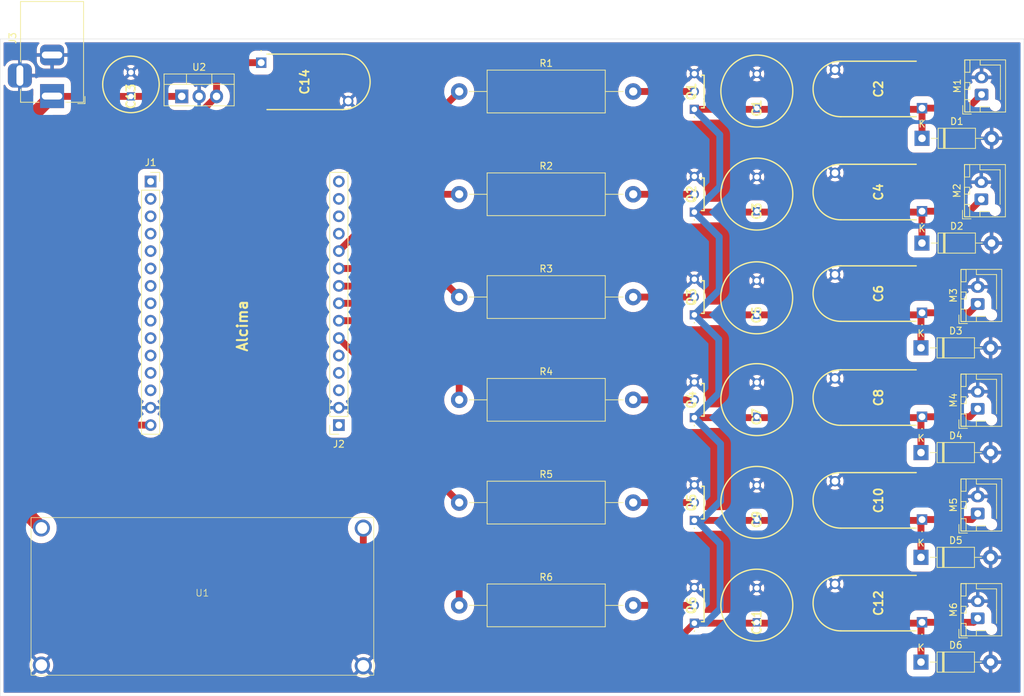
<source format=kicad_pcb>
(kicad_pcb (version 20240108) (generator "pcbnew") (generator_version "8.0")
  (layers (0 "F.Cu" signal) (31 "B.Cu" signal) (34 "B.Paste" user) (35 "F.Paste" user) (36 "B.SilkS" user "B.Silkscreen") (37 "F.SilkS" user "F.Silkscreen") (38 "B.Mask" user) (39 "F.Mask" user) (44 "Edge.Cuts" user))
  (net 0 "")
  (net 1 "VCC7_5")
  (net 2 "GND")
  (net 3 "D13")
  (net 4 "D33")
  (net 5 "D35")
  (net 6 "VDD5")
  (net 7 "EN")
  (net 8 "VN")
  (net 9 "D34")
  (net 10 "VP")
  (net 11 "D12")
  (net 12 "D26")
  (net 13 "D14")
  (net 14 "D25")
  (net 15 "D27")
  (net 16 "D32")
  (net 17 "D16")
  (net 18 "D23")
  (net 19 "D2")
  (net 20 "D19")
  (net 21 "D15")
  (net 22 "D21")
  (net 23 "VDD3_3")
  (net 24 "D4")
  (net 25 "D22")
  (net 26 "TX0")
  (net 27 "D5")
  (net 28 "RX0")
  (net 29 "D18")
  (net 30 "D17")
  (net 31 "Net-(Q1-B)")
  (net 32 "Net-(Q2-B)")
  (net 33 "Net-(Q3-B)")
  (net 34 "Net-(Q4-B)")
  (net 35 "Net-(Q5-B)")
  (net 36 "Net-(Q6-B)")
  (net 37 "VCC12")
  (footprint "470u:CAPPRD500W60D1050H1750" (layer "F.Cu") (at 219.24 46.842 90)
    (property "Reference" "C3" (at 0 0 90) (layer "F.SilkS") (effects (font (size 1.27 1.27) (thickness 0.254))))
    (property "Value" "470uF" (hide yes))
    (pad "1" thru_hole rect (at 0 0 90) (size 1.2 1.2) (drill 0.8) (layers "*.Cu" "*.Mask") (net 1 "VCC7_5"))
    (pad "2" thru_hole circle (at 5 0 90) (size 1.2 1.2) (drill 0.8) (layers "*.Cu" "*.Mask") (net 2 "GND"))
  )
  (footprint "470u:CAPPRD500W60D1050H1750" (layer "F.Cu") (at 219.24 106.842 90)
    (property "Reference" "C11" (at 0 0 90) (layer "F.SilkS") (effects (font (size 1.27 1.27) (thickness 0.254))))
    (property "Value" "470uF" (hide yes))
    (pad "1" thru_hole rect (at 0 0 90) (size 1.2 1.2) (drill 0.8) (layers "*.Cu" "*.Mask") (net 1 "VCC7_5"))
    (pad "2" thru_hole circle (at 5 0 90) (size 1.2 1.2) (drill 0.8) (layers "*.Cu" "*.Mask") (net 2 "GND"))
  )
  (footprint "470u:CAPPRD500W60D1050H1750" (layer "F.Cu") (at 219.24 31.8 90)
    (property "Reference" "C1" (at 0 0 90) (layer "F.SilkS") (effects (font (size 1.27 1.27) (thickness 0.254))))
    (property "Value" "470uF" (hide yes))
    (pad "1" thru_hole rect (at 0 0 90) (size 1.2 1.2) (drill 0.8) (layers "*.Cu" "*.Mask") (net 1 "VCC7_5"))
    (pad "2" thru_hole circle (at 5 0 90) (size 1.2 1.2) (drill 0.8) (layers "*.Cu" "*.Mask") (net 2 "GND"))
  )
  (footprint "Diode_THT:D_DO-41_SOD81_P10.16mm_Horizontal" (layer "F.Cu") (at 243.35 36.204545)
    (property "Reference" "D1" (at 5.08 -2.47 0) (layer "F.SilkS"))
    (property "Value" "1N4007")
    (fp_text user "K" (at 0 -2.1 0) (layer "F.SilkS"))
    (pad "1" thru_hole rect (at 0 0) (size 2.2 2.2) (drill 1.1) (layers "*.Cu" "*.Mask") (net 1 "VCC7_5"))
    (pad "2" thru_hole oval (at 10.16 0) (size 2.2 2.2) (drill 1.1) (layers "*.Cu" "*.Mask") (net 2 "GND"))
  )
  (footprint "Package_TO_SOT_THT:TO-220-3_Vertical" (layer "F.Cu") (at 135.305 30.085)
    (property "Reference" "U2" (at 2.54 -4.27 360) (layer "F.SilkS"))
    (property "Value" "LM7805_TO220")
    (pad "1" thru_hole rect (at 0 0) (size 1.905 2) (drill 1.1) (layers "*.Cu" "*.Mask") (net 37 "VCC12"))
    (pad "2" thru_hole oval (at 2.54 0) (size 1.905 2) (drill 1.1) (layers "*.Cu" "*.Mask") (net 2 "GND"))
    (pad "3" thru_hole oval (at 5.08 0) (size 1.905 2) (drill 1.1) (layers "*.Cu" "*.Mask") (net 6 "VDD5"))
  )
  (footprint "barreljack:BarrelJack_Horizontal" (layer "F.Cu") (at 116.38 30.04 -90)
    (property "Reference" "J3" (at -8.45 5.75 90) (layer "F.SilkS"))
    (property "Value" "Barrel_Jack_Switch")
    (pad "1" thru_hole rect (at 0 0 270) (size 3.5 3.5) (drill oval 1 3) (layers "*.Cu" "*.Mask") (net 37 "VCC12"))
    (pad "2" thru_hole roundrect (at -6 0 270) (size 3 3.5) (drill oval 1 3) (layers "*.Cu" "*.Mask") (net 2 "GND"))
    (pad "3" thru_hole roundrect (at -3 4.7 270) (size 3.5 3.5) (drill oval 3 1) (layers "*.Cu" "*.Mask") (net 2 "GND"))
  )
  (footprint "bc337:BC33716TA" (layer "F.Cu") (at 210.12 76.97 90)
    (property "Reference" "Q4" (at 2.6 -0.41 90) (layer "F.SilkS") (effects (font (size 1.27 1.27) (thickness 0.254))))
    (property "Value" "BC337" (hide yes))
    (pad "1" thru_hole rect (at 0 0 90) (size 1.333 1.333) (drill 0.82) (layers "*.Cu" "*.Mask") (net 1 "VCC7_5"))
    (pad "2" thru_hole circle (at 2.6 0 90) (size 1.333 1.333) (drill 0.82) (layers "*.Cu" "*.Mask") (net 34 "Net-(Q4-B)"))
    (pad "3" thru_hole circle (at 5.2 0 90) (size 1.333 1.333) (drill 0.82) (layers "*.Cu" "*.Mask") (net 2 "GND"))
  )
  (footprint "Resistor_THT:R_Axial_DIN0617_L17.0mm_D6.0mm_P25.40mm_Horizontal" (layer "F.Cu") (at 175.8 89.37)
    (property "Reference" "R5" (at 12.7 -4.12 0) (layer "F.SilkS"))
    (property "Value" "0")
    (pad "1" thru_hole circle (at 0 0) (size 2.4 2.4) (drill 1.2) (layers "*.Cu" "*.Mask") (net 30 "D17"))
    (pad "2" thru_hole oval (at 25.4 0) (size 2.4 2.4) (drill 1.2) (layers "*.Cu" "*.Mask") (net 35 "Net-(Q5-B)"))
  )
  (footprint "Connector_PinSocket_2.54mm:PinSocket_1x15_P2.54mm_Vertical" (layer "F.Cu") (at 130.76 42.502)
    (property "Reference" "J1" (at 0 -2.77 0) (layer "F.SilkS"))
    (property "Value" "Conn_01x15_Socket")
    (pad "1" thru_hole rect (at 0 0) (size 1.7 1.7) (drill 1) (layers "*.Cu" "*.Mask") (net 7 "EN"))
    (pad "2" thru_hole oval (at 0 2.54) (size 1.7 1.7) (drill 1) (layers "*.Cu" "*.Mask") (net 10 "VP"))
    (pad "3" thru_hole oval (at 0 5.08) (size 1.7 1.7) (drill 1) (layers "*.Cu" "*.Mask") (net 8 "VN"))
    (pad "4" thru_hole oval (at 0 7.62) (size 1.7 1.7) (drill 1) (layers "*.Cu" "*.Mask") (net 9 "D34"))
    (pad "5" thru_hole oval (at 0 10.16) (size 1.7 1.7) (drill 1) (layers "*.Cu" "*.Mask") (net 5 "D35"))
    (pad "6" thru_hole oval (at 0 12.7) (size 1.7 1.7) (drill 1) (layers "*.Cu" "*.Mask") (net 16 "D32"))
    (pad "7" thru_hole oval (at 0 15.24) (size 1.7 1.7) (drill 1) (layers "*.Cu" "*.Mask") (net 4 "D33"))
    (pad "8" thru_hole oval (at 0 17.78) (size 1.7 1.7) (drill 1) (layers "*.Cu" "*.Mask") (net 14 "D25"))
    (pad "9" thru_hole oval (at 0 20.32) (size 1.7 1.7) (drill 1) (layers "*.Cu" "*.Mask") (net 12 "D26"))
    (pad "10" thru_hole oval (at 0 22.86) (size 1.7 1.7) (drill 1) (layers "*.Cu" "*.Mask") (net 15 "D27"))
    (pad "11" thru_hole oval (at 0 25.4) (size 1.7 1.7) (drill 1) (layers "*.Cu" "*.Mask") (net 13 "D14"))
    (pad "12" thru_hole oval (at 0 27.94) (size 1.7 1.7) (drill 1) (layers "*.Cu" "*.Mask") (net 11 "D12"))
    (pad "13" thru_hole oval (at 0 30.48) (size 1.7 1.7) (drill 1) (layers "*.Cu" "*.Mask") (net 3 "D13"))
    (pad "14" thru_hole oval (at 0 33.02) (size 1.7 1.7) (drill 1) (layers "*.Cu" "*.Mask") (net 2 "GND"))
    (pad "15" thru_hole oval (at 0 35.56) (size 1.7 1.7) (drill 1) (layers "*.Cu" "*.Mask") (net 6 "VDD5"))
  )
  (footprint "Connector_JST:JST_XH_B2B-XH-AM_1x02_P2.50mm_Vertical" (layer "F.Cu") (at 252.04 29.81 90)
    (property "Reference" "M1" (at 1.25 -3.55 90) (layer "F.SilkS"))
    (property "Value" "Motor_DC")
    (pad "" np_thru_hole circle (at -1.6 2 90) (size 1.2 1.2) (drill 1.2) (layers "*.Cu" "*.Mask"))
    (pad "1" thru_hole roundrect (at 0 0 90) (size 1.7 2) (drill 1) (layers "*.Cu" "*.Mask") (roundrect_rratio 0.147059) (net 1 "VCC7_5"))
    (pad "2" thru_hole oval (at 2.5 0 90) (size 1.7 2) (drill 1) (layers "*.Cu" "*.Mask") (net 2 "GND"))
  )
  (footprint "Diode_THT:D_DO-41_SOD81_P10.16mm_Horizontal" (layer "F.Cu") (at 243.34 51.493635)
    (property "Reference" "D2" (at 5.08 -2.47 0) (layer "F.SilkS"))
    (property "Value" "1N4007")
    (fp_text user "K" (at 0 -2.1 0) (layer "F.SilkS"))
    (pad "1" thru_hole rect (at 0 0) (size 2.2 2.2) (drill 1.1) (layers "*.Cu" "*.Mask") (net 1 "VCC7_5"))
    (pad "2" thru_hole oval (at 10.16 0) (size 2.2 2.2) (drill 1.1) (layers "*.Cu" "*.Mask") (net 2 "GND"))
  )
  (footprint "330u:CAPPRD350W60D825H1300" (layer "F.Cu") (at 127.89 30.085 90)
    (property "Reference" "C13" (at 0 0 90) (layer "F.SilkS") (effects (font (size 1.27 1.27) (thickness 0.254))))
    (property "Value" "0.33uF" (hide yes))
    (pad "1" thru_hole rect (at 0 0 90) (size 1.2 1.2) (drill 0.8) (layers "*.Cu" "*.Mask") (net 37 "VCC12"))
    (pad "2" thru_hole circle (at 3.5 0 90) (size 1.2 1.2) (drill 0.8) (layers "*.Cu" "*.Mask") (net 2 "GND"))
  )
  (footprint "470u:CAPPRD500W60D1050H1750" (layer "F.Cu") (at 219.24 76.842 90)
    (property "Reference" "C7" (at 0 0 90) (layer "F.SilkS") (effects (font (size 1.27 1.27) (thickness 0.254))))
    (property "Value" "470uF" (hide yes))
    (pad "1" thru_hole rect (at 0 0 90) (size 1.2 1.2) (drill 0.8) (layers "*.Cu" "*.Mask") (net 1 "VCC7_5"))
    (pad "2" thru_hole circle (at 5 0 90) (size 1.2 1.2) (drill 0.8) (layers "*.Cu" "*.Mask") (net 2 "GND"))
  )
  (footprint "Diode_THT:D_DO-41_SOD81_P10.16mm_Horizontal" (layer "F.Cu") (at 243.19798 66.782725)
    (property "Reference" "D3" (at 5.08 -2.47 0) (layer "F.SilkS"))
    (property "Value" "1N4007")
    (fp_text user "K" (at 0 -2.1 0) (layer "F.SilkS"))
    (pad "1" thru_hole rect (at 0 0) (size 2.2 2.2) (drill 1.1) (layers "*.Cu" "*.Mask") (net 1 "VCC7_5"))
    (pad "2" thru_hole oval (at 10.16 0) (size 2.2 2.2) (drill 1.1) (layers "*.Cu" "*.Mask") (net 2 "GND"))
  )
  (footprint "Connector_JST:JST_XH_B2B-XH-AM_1x02_P2.50mm_Vertical" (layer "F.Cu") (at 251.48 75.67727 90)
    (property "Reference" "M4" (at 1.25 -3.55 90) (layer "F.SilkS"))
    (property "Value" "Motor_DC")
    (pad "" np_thru_hole circle (at -1.6 2 90) (size 1.2 1.2) (drill 1.2) (layers "*.Cu" "*.Mask"))
    (pad "1" thru_hole roundrect (at 0 0 90) (size 1.7 2) (drill 1) (layers "*.Cu" "*.Mask") (roundrect_rratio 0.147059) (net 1 "VCC7_5"))
    (pad "2" thru_hole oval (at 2.5 0 90) (size 1.7 2) (drill 1) (layers "*.Cu" "*.Mask") (net 2 "GND"))
  )
  (footprint "100u:615R100GAD10" (layer "F.Cu") (at 243.35 31.8 90)
    (property "Reference" "C2" (at 2.8 -6.35 90) (layer "F.SilkS") (effects (font (size 1.27 1.27) (thickness 0.254))))
    (property "Value" "100nF" (hide yes))
    (pad "1" thru_hole rect (at 0 0 90) (size 1.515 1.515) (drill 1.01) (layers "*.Cu" "*.Mask") (net 1 "VCC7_5"))
    (pad "2" thru_hole circle (at 5.6 -12.7 90) (size 1.515 1.515) (drill 1.01) (layers "*.Cu" "*.Mask") (net 2 "GND"))
  )
  (footprint "Diode_THT:D_DO-41_SOD81_P10.16mm_Horizontal" (layer "F.Cu") (at 243.19798 112.65)
    (property "Reference" "D6" (at 5.08 -2.47 0) (layer "F.SilkS"))
    (property "Value" "1N4007")
    (fp_text user "K" (at 0 -2.1 0) (layer "F.SilkS"))
    (pad "1" thru_hole rect (at 0 0) (size 2.2 2.2) (drill 1.1) (layers "*.Cu" "*.Mask") (net 1 "VCC7_5"))
    (pad "2" thru_hole oval (at 10.16 0) (size 2.2 2.2) (drill 1.1) (layers "*.Cu" "*.Mask") (net 2 "GND"))
  )
  (footprint "100u:615R100GAD10" (layer "F.Cu") (at 243.35 61.665959 90)
    (property "Reference" "C6" (at 2.8 -6.35 90) (layer "F.SilkS") (effects (font (size 1.27 1.27) (thickness 0.254))))
    (property "Value" "100nF" (hide yes))
    (pad "1" thru_hole rect (at 0 0 90) (size 1.515 1.515) (drill 1.01) (layers "*.Cu" "*.Mask") (net 1 "VCC7_5"))
    (pad "2" thru_hole circle (at 5.6 -12.7 90) (size 1.515 1.515) (drill 1.01) (layers "*.Cu" "*.Mask") (net 2 "GND"))
  )
  (footprint "Connector_JST:JST_XH_B2B-XH-AM_1x02_P2.50mm_Vertical" (layer "F.Cu") (at 251.48 90.96636 90)
    (property "Reference" "M5" (at 1.25 -3.55 90) (layer "F.SilkS"))
    (property "Value" "Motor_DC")
    (pad "" np_thru_hole circle (at -1.6 2 90) (size 1.2 1.2) (drill 1.2) (layers "*.Cu" "*.Mask"))
    (pad "1" thru_hole roundrect (at 0 0 90) (size 1.7 2) (drill 1) (layers "*.Cu" "*.Mask") (roundrect_rratio 0.147059) (net 1 "VCC7_5"))
    (pad "2" thru_hole oval (at 2.5 0 90) (size 1.7 2) (drill 1) (layers "*.Cu" "*.Mask") (net 2 "GND"))
  )
  (footprint "Resistor_THT:R_Axial_DIN0617_L17.0mm_D6.0mm_P25.40mm_Horizontal" (layer "F.Cu") (at 175.8 44.37)
    (property "Reference" "R2" (at 12.7 -4.12 0) (layer "F.SilkS"))
    (property "Value" "0")
    (pad "1" thru_hole circle (at 0 0) (size 2.4 2.4) (drill 1.2) (layers "*.Cu" "*.Mask") (net 20 "D19"))
    (pad "2" thru_hole oval (at 25.4 0) (size 2.4 2.4) (drill 1.2) (layers "*.Cu" "*.Mask") (net 32 "Net-(Q2-B)"))
  )
  (footprint "bc337:BC33716TA" (layer "F.Cu") (at 210.12 106.97 90)
    (property "Reference" "Q6" (at 2.6 -0.41 90) (layer "F.SilkS") (effects (font (size 1.27 1.27) (thickness 0.254))))
    (property "Value" "BC337" (hide yes))
    (pad "1" thru_hole rect (at 0 0 90) (size 1.333 1.333) (drill 0.82) (layers "*.Cu" "*.Mask") (net 1 "VCC7_5"))
    (pad "2" thru_hole circle (at 2.6 0 90) (size 1.333 1.333) (drill 0.82) (layers "*.Cu" "*.Mask") (net 36 "Net-(Q6-B)"))
    (pad "3" thru_hole circle (at 5.2 0 90) (size 1.333 1.333) (drill 0.82) (layers "*.Cu" "*.Mask") (net 2 "GND"))
  )
  (footprint "Resistor_THT:R_Axial_DIN0617_L17.0mm_D6.0mm_P25.40mm_Horizontal" (layer "F.Cu") (at 175.8 59.37)
    (property "Reference" "R3" (at 12.7 -4.12 0) (layer "F.SilkS"))
    (property "Value" "0")
    (pad "1" thru_hole circle (at 0 0) (size 2.4 2.4) (drill 1.2) (layers "*.Cu" "*.Mask") (net 29 "D18"))
    (pad "2" thru_hole oval (at 25.4 0) (size 2.4 2.4) (drill 1.2) (layers "*.Cu" "*.Mask") (net 33 "Net-(Q3-B)"))
  )
  (footprint "470u:CAPPRD500W60D1050H1750" (layer "F.Cu") (at 219.22 61.98 90)
    (property "Reference" "C5" (at 0 0 90) (layer "F.SilkS") (effects (font (size 1.27 1.27) (thickness 0.254))))
    (property "Value" "470uF" (hide yes))
    (pad "1" thru_hole rect (at 0 0 90) (size 1.2 1.2) (drill 0.8) (layers "*.Cu" "*.Mask") (net 1 "VCC7_5"))
    (pad "2" thru_hole circle (at 5 0 90) (size 1.2 1.2) (drill 0.8) (layers "*.Cu" "*.Mask") (net 2 "GND"))
  )
  (footprint "Connector_JST:JST_XH_B2B-XH-AM_1x02_P2.50mm_Vertical" (layer "F.Cu") (at 252.005 45.09909 90)
    (property "Reference" "M2" (at 1.25 -3.55 90) (layer "F.SilkS"))
    (property "Value" "Motor_DC")
    (pad "" np_thru_hole circle (at -1.6 2 90) (size 1.2 1.2) (drill 1.2) (layers "*.Cu" "*.Mask"))
    (pad "1" thru_hole roundrect (at 0 0 90) (size 1.7 2) (drill 1) (layers "*.Cu" "*.Mask") (roundrect_rratio 0.147059) (net 1 "VCC7_5"))
    (pad "2" thru_hole oval (at 2.5 0 90) (size 1.7 2) (drill 1) (layers "*.Cu" "*.Mask") (net 2 "GND"))
  )
  (footprint "Diode_THT:D_DO-41_SOD81_P10.16mm_Horizontal" (layer "F.Cu") (at 243.19798 97.360905)
    (property "Reference" "D5" (at 5.08 -2.47 0) (layer "F.SilkS"))
    (property "Value" "1N4007")
    (fp_text user "K" (at 0 -2.1 0) (layer "F.SilkS"))
    (pad "1" thru_hole rect (at 0 0) (size 2.2 2.2) (drill 1.1) (layers "*.Cu" "*.Mask") (net 1 "VCC7_5"))
    (pad "2" thru_hole oval (at 10.16 0) (size 2.2 2.2) (drill 1.1) (layers "*.Cu" "*.Mask") (net 2 "GND"))
  )
  (footprint "470u:CAPPRD500W60D1050H1750" (layer "F.Cu") (at 219.24 91.842 90)
    (property "Reference" "C9" (at 0 0 90) (layer "F.SilkS") (effects (font (size 1.27 1.27) (thickness 0.254))))
    (property "Value" "470uF" (hide yes))
    (pad "1" thru_hole rect (at 0 0 90) (size 1.2 1.2) (drill 0.8) (layers "*.Cu" "*.Mask") (net 1 "VCC7_5"))
    (pad "2" thru_hole circle (at 5 0 90) (size 1.2 1.2) (drill 0.8) (layers "*.Cu" "*.Mask") (net 2 "GND"))
  )
  (footprint "bc337:BC33716TA" (layer "F.Cu") (at 210.12 46.97 90)
    (property "Reference" "Q2" (at 2.6 -0.41 90) (layer "F.SilkS") (effects (font (size 1.27 1.27) (thickness 0.254))))
    (property "Value" "BC337" (hide yes))
    (pad "1" thru_hole rect (at 0 0 90) (size 1.333 1.333) (drill 0.82) (layers "*.Cu" "*.Mask") (net 1 "VCC7_5"))
    (pad "2" thru_hole circle (at 2.6 0 90) (size 1.333 1.333) (drill 0.82) (layers "*.Cu" "*.Mask") (net 32 "Net-(Q2-B)"))
    (pad "3" thru_hole circle (at 5.2 0 90) (size 1.333 1.333) (drill 0.82) (layers "*.Cu" "*.Mask") (net 2 "GND"))
  )
  (footprint "lm2596:LM2596_Module" (layer "F.Cu") (at 138.31 103.06)
    (property "Reference" "U1" (at 0 -0.5 0) (layer "F.SilkS") (effects (font (thickness 0.1))))
    (property "Value" "LM2596")
    (pad "1" thru_hole circle (at -23.5 -10) (size 2.5 2.5) (drill 1.7) (layers "*.Cu" "*.Mask") (net 37 "VCC12"))
    (pad "2" thru_hole circle (at -23.495 10.033) (size 2.5 2.5) (drill 1.7) (layers "*.Cu" "*.Mask") (net 2 "GND"))
    (pad "3" thru_hole circle (at 23.495 -9.9568) (size 2.5 2.5) (drill 1.7) (layers "*.Cu" "*.Mask") (net 1 "VCC7_5"))
    (pad "4" thru_hole circle (at 23.495 10.1346) (size 2.5 2.5) (drill 1.7) (layers "*.Cu" "*.Mask") (net 2 "GND"))
  )
  (footprint "bc337:BC33716TA" (layer "F.Cu") (at 210.12 31.97 90)
    (property "Reference" "Q1" (at 2.6 -0.41 90) (layer "F.SilkS") (effects (font (size 1.27 1.27) (thickness 0.254))))
    (property "Value" "BC337" (hide yes))
    (pad "1" thru_hole rect (at 0 0 90) (size 1.333 1.333) (drill 0.82) (layers "*.Cu" "*.Mask") (net 1 "VCC7_5"))
    (pad "2" thru_hole circle (at 2.6 0 90) (size 1.333 1.333) (drill 0.82) (layers "*.Cu" "*.Mask") (net 31 "Net-(Q1-B)"))
    (pad "3" thru_hole circle (at 5.2 0 90) (size 1.333 1.333) (drill 0.82) (layers "*.Cu" "*.Mask") (net 2 "GND"))
  )
  (footprint "Connector_JST:JST_XH_B2B-XH-AM_1x02_P2.50mm_Vertical" (layer "F.Cu") (at 251.48 60.38818 90)
    (property "Reference" "M3" (at 1.25 -3.55 90) (layer "F.SilkS"))
    (property "Value" "Motor_DC")
    (pad "" np_thru_hole circle (at -1.6 2 90) (size 1.2 1.2) (drill 1.2) (layers "*.Cu" "*.Mask"))
    (pad "1" thru_hole roundrect (at 0 0 90) (size 1.7 2) (drill 1) (layers "*.Cu" "*.Mask") (roundrect_rratio 0.147059) (net 1 "VCC7_5"))
    (pad "2" thru_hole oval (at 2.5 0 90) (size 1.7 2) (drill 1) (layers "*.Cu" "*.Mask") (net 2 "GND"))
  )
  (footprint "bc337:BC33716TA" (layer "F.Cu") (at 210.12 61.97 90)
    (property "Reference" "Q3" (at 2.6 -0.41 90) (layer "F.SilkS") (effects (font (size 1.27 1.27) (thickness 0.254))))
    (property "Value" "BC337" (hide yes))
    (pad "1" thru_hole rect (at 0 0 90) (size 1.333 1.333) (drill 0.82) (layers "*.Cu" "*.Mask") (net 1 "VCC7_5"))
    (pad "2" thru_hole circle (at 2.6 0 90) (size 1.333 1.333) (drill 0.82) (layers "*.Cu" "*.Mask") (net 33 "Net-(Q3-B)"))
    (pad "3" thru_hole circle (at 5.2 0 90) (size 1.333 1.333) (drill 0.82) (layers "*.Cu" "*.Mask") (net 2 "GND"))
  )
  (footprint "100u:615R100GAD10" (layer "F.Cu") (at 243.35 76.842 90)
    (property "Reference" "C8" (at 2.8 -6.35 90) (layer "F.SilkS") (effects (font (size 1.27 1.27) (thickness 0.254))))
    (property "Value" "100nF" (hide yes))
    (pad "1" thru_hole rect (at 0 0 90) (size 1.515 1.515) (drill 1.01) (layers "*.Cu" "*.Mask") (net 1 "VCC7_5"))
    (pad "2" thru_hole circle (at 5.6 -12.7 90) (size 1.515 1.515) (drill 1.01) (layers "*.Cu" "*.Mask") (net 2 "GND"))
  )
  (footprint "Connector_JST:JST_XH_B2B-XH-AM_1x02_P2.50mm_Vertical" (layer "F.Cu") (at 251.48 106.25545 90)
    (property "Reference" "M6" (at 1.25 -3.55 90) (layer "F.SilkS"))
    (property "Value" "Motor_DC")
    (pad "" np_thru_hole circle (at -1.6 2 90) (size 1.2 1.2) (drill 1.2) (layers "*.Cu" "*.Mask"))
    (pad "1" thru_hole roundrect (at 0 0 90) (size 1.7 2) (drill 1) (layers "*.Cu" "*.Mask") (roundrect_rratio 0.147059) (net 1 "VCC7_5"))
    (pad "2" thru_hole oval (at 2.5 0 90) (size 1.7 2) (drill 1) (layers "*.Cu" "*.Mask") (net 2 "GND"))
  )
  (footprint "Resistor_THT:R_Axial_DIN0617_L17.0mm_D6.0mm_P25.40mm_Horizontal" (layer "F.Cu") (at 175.8 74.37)
    (property "Reference" "R4" (at 12.7 -4.12 0) (layer "F.SilkS"))
    (property "Value" "0")
    (pad "1" thru_hole circle (at 0 0) (size 2.4 2.4) (drill 1.2) (layers "*.Cu" "*.Mask") (net 27 "D5"))
    (pad "2" thru_hole oval (at 25.4 0) (size 2.4 2.4) (drill 1.2) (layers "*.Cu" "*.Mask") (net 34 "Net-(Q4-B)"))
  )
  (footprint "100u:615R100GAD10" (layer "F.Cu") (at 243.35 106.842 90)
    (property "Reference" "C12" (at 2.8 -6.35 90) (layer "F.SilkS") (effects (font (size 1.27 1.27) (thickness 0.254))))
    (property "Value" "100nF" (hide yes))
    (pad "1" thru_hole rect (at 0 0 90) (size 1.515 1.515) (drill 1.01) (layers "*.Cu" "*.Mask") (net 1 "VCC7_5"))
    (pad "2" thru_hole circle (at 5.6 -12.7 90) (size 1.515 1.515) (drill 1.01) (layers "*.Cu" "*.Mask") (net 2 "GND"))
  )
  (footprint "Resistor_THT:R_Axial_DIN0617_L17.0mm_D6.0mm_P25.40mm_Horizontal" (layer "F.Cu") (at 175.8 29.37)
    (property "Reference" "R1" (at 12.7 -4.12 0) (layer "F.SilkS"))
    (property "Value" "0")
    (pad "1" thru_hole circle (at 0 0) (size 2.4 2.4) (drill 1.2) (layers "*.Cu" "*.Mask") (net 22 "D21"))
    (pad "2" thru_hole oval (at 25.4 0) (size 2.4 2.4) (drill 1.2) (layers "*.Cu" "*.Mask") (net 31 "Net-(Q1-B)"))
  )
  (footprint "100u:615R100GAD10" (layer "F.Cu") (at 243.35 91.842 90)
    (property "Reference" "C10" (at 2.8 -6.35 90) (layer "F.SilkS") (effects (font (size 1.27 1.27) (thickness 0.254))))
    (property "Value" "100nF" (hide yes))
    (pad "1" thru_hole rect (at 0 0 90) (size 1.515 1.515) (drill 1.01) (layers "*.Cu" "*.Mask") (net 1 "VCC7_5"))
    (pad "2" thru_hole circle (at 5.6 -12.7 90) (size 1.515 1.515) (drill 1.01) (layers "*.Cu" "*.Mask") (net 2 "GND"))
  )
  (footprint "bc337:BC33716TA" (layer "F.Cu") (at 210.12 91.97 90)
    (property "Reference" "Q5" (at 2.6 -0.41 90) (layer "F.SilkS") (effects (font (size 1.27 1.27) (thickness 0.254))))
    (property "Value" "BC337" (hide yes))
    (pad "1" thru_hole rect (at 0 0 90) (size 1.333 1.333) (drill 0.82) (layers "*.Cu" "*.Mask") (net 1 "VCC7_5"))
    (pad "2" thru_hole circle (at 2.6 0 90) (size 1.333 1.333) (drill 0.82) (layers "*.Cu" "*.Mask") (net 35 "Net-(Q5-B)"))
    (pad "3" thru_hole circle (at 5.2 0 90) (size 1.333 1.333) (drill 0.82) (layers "*.Cu" "*.Mask") (net 2 "GND"))
  )
  (footprint "Resistor_THT:R_Axial_DIN0617_L17.0mm_D6.0mm_P25.40mm_Horizontal" (layer "F.Cu") (at 175.8 104.37)
    (property "Reference" "R6" (at 12.7 -4.12 0) (layer "F.SilkS"))
    (property "Value" "0")
    (pad "1" thru_hole circle (at 0 0) (size 2.4 2.4) (drill 1.2) (layers "*.Cu" "*.Mask") (net 17 "D16"))
    (pad "2" thru_hole oval (at 25.4 0) (size 2.4 2.4) (drill 1.2) (layers "*.Cu" "*.Mask") (net 36 "Net-(Q6-B)"))
  )
  (footprint "Connector_PinSocket_2.54mm:PinSocket_1x15_P2.54mm_Vertical" (layer "F.Cu") (at 158.235 78.062 180)
    (property "Reference" "J2" (at 0 -2.77 0) (layer "F.SilkS"))
    (property "Value" "Conn_01x15_Socket")
    (pad "1" thru_hole rect (at 0 0 180) (size 1.7 1.7) (drill 1) (layers "*.Cu" "*.Mask") (net 23 "VDD3_3"))
    (pad "2" thru_hole oval (at 0 2.54 180) (size 1.7 1.7) (drill 1) (layers "*.Cu" "*.Mask") (net 2 "GND"))
    (pad "3" thru_hole oval (at 0 5.08 180) (size 1.7 1.7) (drill 1) (layers "*.Cu" "*.Mask") (net 21 "D15"))
    (pad "4" thru_hole oval (at 0 7.62 180) (size 1.7 1.7) (drill 1) (layers "*.Cu" "*.Mask") (net 19 "D2"))
    (pad "5" thru_hole oval (at 0 10.16 180) (size 1.7 1.7) (drill 1) (layers "*.Cu" "*.Mask") (net 24 "D4"))
    (pad "6" thru_hole oval (at 0 12.7 180) (size 1.7 1.7) (drill 1) (layers "*.Cu" "*.Mask") (net 17 "D16"))
    (pad "7" thru_hole oval (at 0 15.24 180) (size 1.7 1.7) (drill 1) (layers "*.Cu" "*.Mask") (net 30 "D17"))
    (pad "8" thru_hole oval (at 0 17.78 180) (size 1.7 1.7) (drill 1) (layers "*.Cu" "*.Mask") (net 27 "D5"))
    (pad "9" thru_hole oval (at 0 20.32 180) (size 1.7 1.7) (drill 1) (layers "*.Cu" "*.Mask") (net 29 "D18"))
    (pad "10" thru_hole oval (at 0 22.86 180) (size 1.7 1.7) (drill 1) (layers "*.Cu" "*.Mask") (net 20 "D19"))
    (pad "11" thru_hole oval (at 0 25.4 180) (size 1.7 1.7) (drill 1) (layers "*.Cu" "*.Mask") (net 22 "D21"))
    (pad "12" thru_hole oval (at 0 27.94 180) (size 1.7 1.7) (drill 1) (layers "*.Cu" "*.Mask") (net 28 "RX0"))
    (pad "13" thru_hole oval (at 0 30.48 180) (size 1.7 1.7) (drill 1) (layers "*.Cu" "*.Mask") (net 26 "TX0"))
    (pad "14" thru_hole oval (at 0 33.02 180) (size 1.7 1.7) (drill 1) (layers "*.Cu" "*.Mask") (net 25 "D22"))
    (pad "15" thru_hole oval (at 0 35.56 180) (size 1.7 1.7) (drill 1) (layers "*.Cu" "*.Mask") (net 18 "D23"))
  )
  (footprint "Diode_THT:D_DO-41_SOD81_P10.16mm_Horizontal" (layer "F.Cu") (at 243.19798 82.071815)
    (property "Reference" "D4" (at 5.08 -2.47 0) (layer "F.SilkS"))
    (property "Value" "1N4007")
    (fp_text user "K" (at 0 -2.1 0) (layer "F.SilkS"))
    (pad "1" thru_hole rect (at 0 0) (size 2.2 2.2) (drill 1.1) (layers "*.Cu" "*.Mask") (net 1 "VCC7_5"))
    (pad "2" thru_hole oval (at 10.16 0) (size 2.2 2.2) (drill 1.1) (layers "*.Cu" "*.Mask") (net 2 "GND"))
  )
  (footprint "100u:615R100GAD10" (layer "F.Cu") (at 243.35 46.842 90)
    (property "Reference" "C4" (at 2.8 -6.35 90) (layer "F.SilkS") (effects (font (size 1.27 1.27) (thickness 0.254))))
    (property "Value" "100nF" (hide yes))
    (pad "1" thru_hole rect (at 0 0 90) (size 1.515 1.515) (drill 1.01) (layers "*.Cu" "*.Mask") (net 1 "VCC7_5"))
    (pad "2" thru_hole circle (at 5.6 -12.7 90) (size 1.515 1.515) (drill 1.01) (layers "*.Cu" "*.Mask") (net 2 "GND"))
  )
  (footprint "100u:615R100GAD10" (layer "F.Cu") (at 146.9 25.16 -90)
    (property "Reference" "C14" (at 2.8 -6.35 90) (layer "F.SilkS") (effects (font (size 1.27 1.27) (thickness 0.254))))
    (property "Value" "0.1uF" (hide yes))
    (pad "1" thru_hole rect (at 0 0 270) (size 1.515 1.515) (drill 1.01) (layers "*.Cu" "*.Mask") (net 6 "VDD5"))
    (pad "2" thru_hole circle (at 5.6 -12.7 270) (size 1.515 1.515) (drill 1.01) (layers "*.Cu" "*.Mask") (net 2 "GND"))
  )
  (gr_rect (start 108.805 21.7) (end 258.225 117.61) (stroke (width 0.05)) (fill none) (layer "Edge.Cuts"))
  (gr_text "Alcima\n" (at 145.04 67.49 90) (layer "F.SilkS") (effects (font (size 1.5 1.5) (thickness 0.3) (bold yes)) (justify left bottom)))
  (segment (start 210.12 31.97) (end 243.18 31.97) (width 1) (layer "F.Cu") (net 1))
  (segment (start 243.19798 76.99402) (end 243.35 76.842) (width 1) (layer "F.Cu") (net 1))
  (segment (start 243.34 46.852) (end 243.35 46.842) (width 1) (layer "F.Cu") (net 1))
  (segment (start 250.60436 91.842) (end 251.48 90.96636) (width 1) (layer "F.Cu") (net 1))
  (segment (start 210.12 106.97) (end 243.222 106.97) (width 1) (layer "F.Cu") (net 1))
  (segment (start 243.19798 61.817979) (end 243.35 61.665959) (width 1) (layer "F.Cu") (net 1))
  (segment (start 243.35 36.204545) (end 243.35 31.8) (width 1) (layer "F.Cu") (net 1))
  (segment (start 243.19798 97.360905) (end 243.19798 91.99402) (width 1) (layer "F.Cu") (net 1))
  (segment (start 243.222 46.97) (end 243.35 46.842) (width 1) (layer "F.Cu") (net 1))
  (segment (start 243.19798 82.071815) (end 243.19798 76.99402) (width 1) (layer "F.Cu") (net 1))
  (segment (start 250.26209 46.842) (end 252.005 45.09909) (width 1) (layer "F.Cu") (net 1))
  (segment (start 243.222 106.97) (end 243.35 106.842) (width 1) (layer "F.Cu") (net 1))
  (segment (start 243.18 31.97) (end 243.35 31.8) (width 1) (layer "F.Cu") (net 1))
  (segment (start 243.045959 61.97) (end 243.35 61.665959) (width 1) (layer "F.Cu") (net 1))
  (segment (start 243.34 51.493635) (end 243.34 46.852) (width 1) (layer "F.Cu") (net 1))
  (segment (start 250.202221 61.665959) (end 251.48 60.38818) (width 1) (layer "F.Cu") (net 1))
  (segment (start 250.31527 76.842) (end 251.48 75.67727) (width 1) (layer "F.Cu") (net 1))
  (segment (start 243.35 106.842) (end 250.89345 106.842) (width 1) (layer "F.Cu") (net 1))
  (segment (start 243.35 61.665959) (end 250.202221 61.665959) (width 1) (layer "F.Cu") (net 1))
  (segment (start 205.04 112.05) (end 210.12 106.97) (width 1) (layer "F.Cu") (net 1))
  (segment (start 243.35 91.842) (end 250.60436 91.842) (width 1) (layer "F.Cu") (net 1))
  (segment (start 250.05 31.8) (end 252.04 29.81) (width 1) (layer "F.Cu") (net 1))
  (segment (start 243.222 91.97) (end 243.35 91.842) (width 1) (layer "F.Cu") (net 1))
  (segment (start 243.19798 91.99402) (end 243.35 91.842) (width 1) (layer "F.Cu") (net 1))
  (segment (start 243.35 76.842) (end 250.31527 76.842) (width 1) (layer "F.Cu") (net 1))
  (segment (start 210.12 76.97) (end 243.222 76.97) (width 1) (layer "F.Cu") (net 1))
  (segment (start 250.89345 106.842) (end 251.48 106.25545) (width 1) (layer "F.Cu") (net 1))
  (segment (start 161.805 93.1032) (end 161.805 101.785) (width 1) (layer "F.Cu") (net 1))
  (segment (start 161.805 101.785) (end 172.07 112.05) (width 1) (layer "F.Cu") (net 1))
  (segment (start 210.12 46.97) (end 243.222 46.97) (width 1) (layer "F.Cu") (net 1))
  (segment (start 210.12 61.97) (end 243.045959 61.97) (width 1) (layer "F.Cu") (net 1))
  (segment (start 243.35 46.842) (end 250.26209 46.842) (width 1) (layer "F.Cu") (net 1))
  (segment (start 243.19798 112.65) (end 243.19798 106.99402) (width 1) (layer "F.Cu") (net 1))
  (segment (start 243.19798 106.99402) (end 243.35 106.842) (width 1) (layer "F.Cu") (net 1))
  (segment (start 243.222 76.97) (end 243.35 76.842) (width 1) (layer "F.Cu") (net 1))
  (segment (start 243.19798 66.782725) (end 243.19798 61.817979) (width 1) (layer "F.Cu") (net 1))
  (segment (start 243.35 31.8) (end 250.05 31.8) (width 1) (layer "F.Cu") (net 1))
  (segment (start 172.07 112.05) (end 205.04 112.05) (width 1) (layer "F.Cu") (net 1))
  (segment (start 210.12 91.97) (end 243.222 91.97) (width 1) (layer "F.Cu") (net 1))
  (segment (start 210.12 106.97) (end 211.76 106.97) (width 1) (layer "B.Cu") (net 1))
  (segment (start 210.12 76.97) (end 213.68 73.41) (width 1) (layer "B.Cu") (net 1))
  (segment (start 213.68 65.53) (end 210.12 61.97) (width 1) (layer "B.Cu") (net 1))
  (segment (start 213.175 105.555) (end 213.88 104.85) (width 1) (layer "B.Cu") (net 1))
  (segment (start 213.95 80.8) (end 210.12 76.97) (width 1) (layer "B.Cu") (net 1))
  (segment (start 210.12 91.97) (end 210.47 91.97) (width 1) (layer "B.Cu") (net 1))
  (segment (start 213.95 89.13) (end 213.95 80.8) (width 1) (layer "B.Cu") (net 1))
  (segment (start 210.12 91.97) (end 211.11 91.97) (width 1) (layer "B.Cu") (net 1))
  (segment (start 213.75 58.34) (end 213.75 50.6) (width 1) (layer "B.Cu") (net 1))
  (segment (start 211.11 91.97) (end 213.95 89.13) (width 1) (layer "B.Cu") (net 1))
  (segment (start 210.12 46.97) (end 213.83 43.26) (width 1) (layer "B.Cu") (net 1))
  (segment (start 213.83 35.68) (end 210.12 31.97) (width 1) (layer "B.Cu") (net 1))
  (segment (start 210.12 61.97) (end 213.75 58.34) (width 1) (layer "B.Cu") (net 1))
  (segment (start 213.68 73.41) (end 213.68 65.53) (width 1) (layer "B.Cu") (net 1))
  (segment (start 213.83 43.26) (end 213.83 35.68) (width 1) (layer "B.Cu") (net 1))
  (segment (start 213.88 95.38) (end 213.88 104.85) (width 1) (layer "B.Cu") (net 1))
  (segment (start 211.76 106.97) (end 213.175 105.555) (width 1) (layer "B.Cu") (net 1))
  (segment (start 213.75 50.6) (end 210.12 46.97) (width 1) (layer "B.Cu") (net 1))
  (segment (start 210.47 91.97) (end 213.88 95.38) (width 1) (layer "B.Cu") (net 1))
  (segment (start 140.385 28.025) (end 140.385 30.085) (width 1) (layer "F.Cu") (net 6))
  (segment (start 126.76 37.03) (end 122.58 41.21) (width 1) (layer "F.Cu") (net 6))
  (segment (start 143.25 25.16) (end 140.385 28.025) (width 1) (layer "F.Cu") (net 6))
  (segment (start 140.385 30.085) (end 133.44 37.03) (width 1) (layer "F.Cu") (net 6))
  (segment (start 122.58 74.47) (end 126.172 78.062) (width 1) (layer "F.Cu") (net 6))
  (segment (start 140.337 30.037) (end 140.385 30.085) (width 1) (layer "F.Cu") (net 6))
  (segment (start 122.58 41.21) (end 122.58 74.47) (width 1) (layer "F.Cu") (net 6))
  (segment (start 133.44 37.03) (end 126.76 37.03) (width 1) (layer "F.Cu") (net 6))
  (segment (start 126.172 78.062) (end 130.76 78.062) (width 1) (layer "F.Cu") (net 6))
  (segment (start 146.9 25.16) (end 143.25 25.16) (width 1) (layer "F.Cu") (net 6))
  (segment (start 165.15 87.4) (end 165.15 72.277) (width 1) (layer "F.Cu") (net 17))
  (segment (start 175.8 98.05) (end 165.15 87.4) (width 1) (layer "F.Cu") (net 17))
  (segment (start 165.15 72.277) (end 158.235 65.362) (width 1) (layer "F.Cu") (net 17))
  (segment (start 175.8 104.37) (end 175.8 98.05) (width 1) (layer "F.Cu") (net 17))
  (segment (start 162.138 55.202) (end 158.235 55.202) (width 1) (layer "F.Cu") (net 20))
  (segment (start 175.8 44.37) (end 172.97 44.37) (width 1) (layer "F.Cu") (net 20))
  (segment (start 172.97 44.37) (end 162.138 55.202) (width 1) (layer "F.Cu") (net 20))
  (segment (start 165.8 39.37) (end 165.8 45.097) (width 1) (layer "F.Cu") (net 22))
  (segment (start 165.8 45.097) (end 158.235 52.662) (width 1) (layer "F.Cu") (net 22))
  (segment (start 175.8 29.37) (end 165.8 39.37) (width 1) (layer "F.Cu") (net 22))
  (segment (start 175.8 74.37) (end 175.8 70.5) (width 1) (layer "F.Cu") (net 27))
  (segment (start 175.8 70.5) (end 165.582 60.282) (width 1) (layer "F.Cu") (net 27))
  (segment (start 165.582 60.282) (end 158.235 60.282) (width 1) (layer "F.Cu") (net 27))
  (segment (start 175.8 59.37) (end 174.21 57.78) (width 1) (layer "F.Cu") (net 29))
  (segment (start 158.273 57.78) (end 158.235 57.742) (width 1) (layer "F.Cu") (net 29))
  (segment (start 174.21 57.78) (end 158.273 57.78) (width 1) (layer "F.Cu") (net 29))
  (segment (start 162.302 62.822) (end 158.235 62.822) (width 1) (layer "F.Cu") (net 30))
  (segment (start 175.8 89.37) (end 169.64 83.21) (width 1) (layer "F.Cu") (net 30))
  (segment (start 169.64 70.16) (end 162.302 62.822) (width 1) (layer "F.Cu") (net 30))
  (segment (start 169.64 83.21) (end 169.64 70.16) (width 1) (layer "F.Cu") (net 30))
  (segment (start 201.2 29.37) (end 210.12 29.37) (width 1) (layer "F.Cu") (net 31))
  (segment (start 201.2 44.37) (end 210.12 44.37) (width 1) (layer "F.Cu") (net 32))
  (segment (start 201.2 59.37) (end 210.12 59.37) (width 1) (layer "F.Cu") (net 33))
  (segment (start 201.2 74.37) (end 210.12 74.37) (width 1) (layer "F.Cu") (net 34))
  (segment (start 201.2 89.37) (end 210.12 89.37) (width 1) (layer "F.Cu") (net 35))
  (segment (start 201.2 104.37) (end 210.12 104.37) (width 1) (layer "F.Cu") (net 36))
  (segment (start 113.15 33.27) (end 113.15 91.4) (width 2) (layer "F.Cu") (net 37))
  (segment (start 135.305 30.085) (end 127.89 30.085) (width 1) (layer "F.Cu") (net 37))
  (segment (start 113.15 91.4) (end 114.81 93.06) (width 2) (layer "F.Cu") (net 37))
  (segment (start 116.425 30.085) (end 116.38 30.04) (width 1) (layer "F.Cu") (net 37))
  (segment (start 127.89 30.085) (end 116.425 30.085) (width 1) (layer "F.Cu") (net 37))
  (segment (start 116.38 30.04) (end 113.15 33.27) (width 2) (layer "F.Cu") (net 37))
  (zone (net 2) (net_name "GND") (layers "F.Cu" "B.Cu") (connect_pads (clearance 1)) (min_thickness 0.25) (fill yes (thermal_gap 0.5) (thermal_bridge_width 0.5))
    (polygon (pts (xy 108.805 21.7) (xy 258.225 21.7) (xy 258.225 117.61) (xy 108.805 117.61)))
  )
)
</source>
